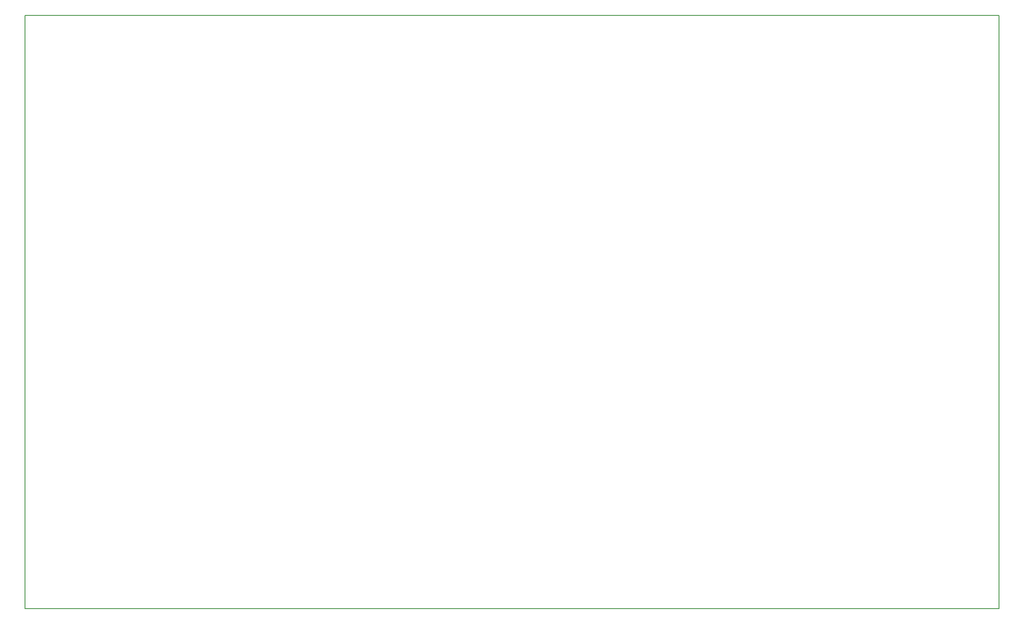
<source format=gbr>
G04 #@! TF.GenerationSoftware,KiCad,Pcbnew,(5.1.5)-3*
G04 #@! TF.CreationDate,2020-05-22T15:31:26-05:00*
G04 #@! TF.ProjectId,Power_Board,506f7765-725f-4426-9f61-72642e6b6963,rev?*
G04 #@! TF.SameCoordinates,Original*
G04 #@! TF.FileFunction,Profile,NP*
%FSLAX46Y46*%
G04 Gerber Fmt 4.6, Leading zero omitted, Abs format (unit mm)*
G04 Created by KiCad (PCBNEW (5.1.5)-3) date 2020-05-22 15:31:26*
%MOMM*%
%LPD*%
G04 APERTURE LIST*
%ADD10C,0.200000*%
G04 APERTURE END LIST*
D10*
X248139599Y-33832800D02*
X248139599Y-154482800D01*
X50139599Y-33832800D02*
X248139599Y-33832800D01*
X50139599Y-154482800D02*
X248139599Y-154482800D01*
X50139600Y-33832800D02*
X50139599Y-154482800D01*
M02*

</source>
